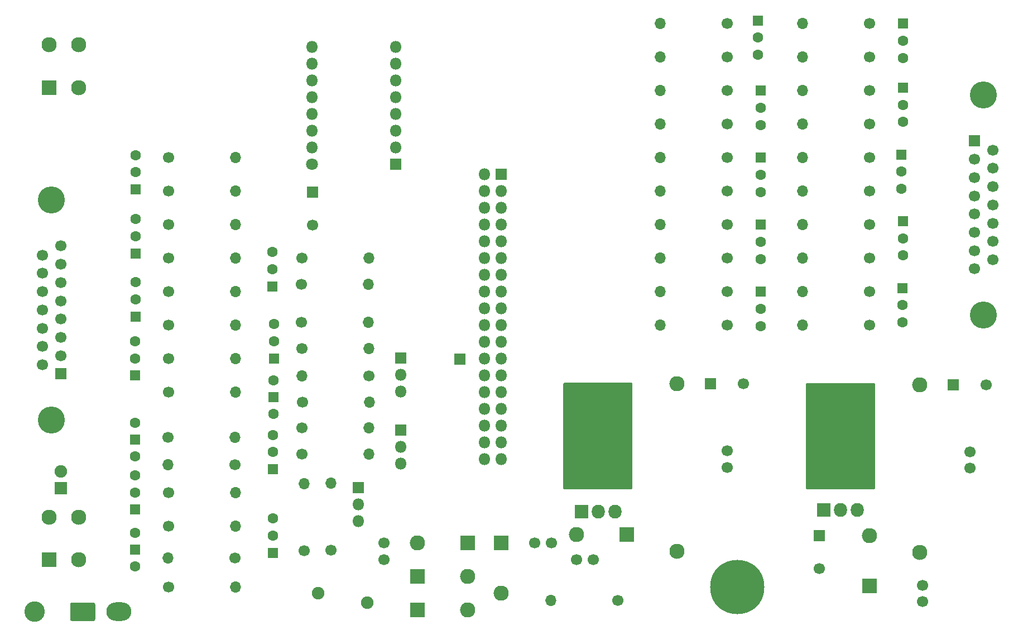
<source format=gbr>
%TF.GenerationSoftware,KiCad,Pcbnew,(5.1.6)-1*%
%TF.CreationDate,2021-08-21T15:03:11-07:00*%
%TF.ProjectId,BPEM488CWaux,4250454d-3438-4384-9357-6175782e6b69,rev?*%
%TF.SameCoordinates,Original*%
%TF.FileFunction,Soldermask,Top*%
%TF.FilePolarity,Negative*%
%FSLAX46Y46*%
G04 Gerber Fmt 4.6, Leading zero omitted, Abs format (unit mm)*
G04 Created by KiCad (PCBNEW (5.1.6)-1) date 2021-08-21 15:03:11*
%MOMM*%
%LPD*%
G01*
G04 APERTURE LIST*
%ADD10O,1.700000X1.700000*%
%ADD11C,1.700000*%
%ADD12C,1.900000*%
%ADD13R,1.900000X1.900000*%
%ADD14O,2.005000X2.100000*%
%ADD15R,2.005000X2.100000*%
%ADD16O,3.600000X3.600000*%
%ADD17R,1.600000X1.600000*%
%ADD18C,1.600000*%
%ADD19O,1.800000X1.800000*%
%ADD20C,1.800000*%
%ADD21R,1.800000X1.800000*%
%ADD22R,1.700000X1.700000*%
%ADD23C,4.100000*%
%ADD24C,8.228000*%
%ADD25R,2.300000X2.300000*%
%ADD26O,2.300000X2.300000*%
%ADD27O,3.800000X2.800000*%
%ADD28C,3.100000*%
%ADD29C,2.300000*%
%ADD30C,0.254000*%
G04 APERTURE END LIST*
D10*
%TO.C,R15*%
X132003800Y-143281400D03*
D11*
X142163800Y-143281400D03*
%TD*%
D12*
%TO.C,D7*%
X57658000Y-123774200D03*
D13*
X57658000Y-126314200D03*
%TD*%
D14*
%TO.C,U1*%
X141706600Y-129870200D03*
X139166600Y-129870200D03*
D15*
X136626600Y-129870200D03*
D16*
X139166600Y-113210200D03*
%TD*%
D17*
%TO.C,Q25*%
X185420000Y-55880000D03*
D18*
X185420000Y-61080000D03*
X185420000Y-58480000D03*
%TD*%
D17*
%TO.C,Q24*%
X185445400Y-65582800D03*
D18*
X185445400Y-70782800D03*
X185445400Y-68182800D03*
%TD*%
D17*
%TO.C,Q23*%
X185191400Y-75717400D03*
D18*
X185191400Y-80917400D03*
X185191400Y-78317400D03*
%TD*%
D17*
%TO.C,Q22*%
X185394600Y-85801200D03*
D18*
X185394600Y-91001200D03*
X185394600Y-88401200D03*
%TD*%
D17*
%TO.C,Q21*%
X185293000Y-95935800D03*
D18*
X185293000Y-101135800D03*
X185293000Y-98535800D03*
%TD*%
D17*
%TO.C,Q18*%
X90017600Y-106629200D03*
D18*
X90017600Y-101429200D03*
X90017600Y-104029200D03*
%TD*%
D17*
%TO.C,Q17*%
X163804600Y-96520000D03*
D18*
X163804600Y-101720000D03*
X163804600Y-99120000D03*
%TD*%
D17*
%TO.C,Q16*%
X163804600Y-86360000D03*
D18*
X163804600Y-91560000D03*
X163804600Y-88960000D03*
%TD*%
D17*
%TO.C,Q15*%
X163804600Y-76200000D03*
D18*
X163804600Y-81400000D03*
X163804600Y-78800000D03*
%TD*%
D17*
%TO.C,Q14*%
X163804600Y-66040000D03*
D18*
X163804600Y-71240000D03*
X163804600Y-68640000D03*
%TD*%
D17*
%TO.C,Q13*%
X163372800Y-55397400D03*
D18*
X163372800Y-60597400D03*
X163372800Y-57997400D03*
%TD*%
D17*
%TO.C,Q12*%
X89941400Y-112496600D03*
D18*
X89941400Y-109956600D03*
X89941400Y-115036600D03*
%TD*%
D17*
%TO.C,Q11*%
X89814400Y-136093200D03*
D18*
X89814400Y-130893200D03*
X89814400Y-133493200D03*
%TD*%
D17*
%TO.C,Q10*%
X68935600Y-135610600D03*
D18*
X68935600Y-133070600D03*
X68935600Y-138150600D03*
%TD*%
D17*
%TO.C,Q9*%
X89839800Y-123418600D03*
D18*
X89839800Y-118218600D03*
X89839800Y-120818600D03*
%TD*%
D17*
%TO.C,Q7*%
X68940680Y-129540000D03*
D18*
X68940680Y-124340000D03*
X68940680Y-126940000D03*
%TD*%
D17*
%TO.C,Q6*%
X89738200Y-95681800D03*
D18*
X89738200Y-90481800D03*
X89738200Y-93081800D03*
%TD*%
D17*
%TO.C,Q5*%
X68935600Y-118897400D03*
D18*
X68935600Y-116357400D03*
X68935600Y-121437400D03*
%TD*%
D17*
%TO.C,Q4*%
X68940680Y-109220000D03*
D18*
X68940680Y-104020000D03*
X68940680Y-106620000D03*
%TD*%
D17*
%TO.C,Q3*%
X68961000Y-100279200D03*
D18*
X68961000Y-95079200D03*
X68961000Y-97679200D03*
%TD*%
D17*
%TO.C,Q2*%
X68961000Y-90703400D03*
D18*
X68961000Y-85503400D03*
X68961000Y-88103400D03*
%TD*%
D17*
%TO.C,Q1*%
X69011800Y-81000600D03*
D18*
X69011800Y-75800600D03*
X69011800Y-78400600D03*
%TD*%
D19*
%TO.C,U3*%
X95707200Y-74676000D03*
X95707200Y-69596000D03*
D20*
X95707200Y-77216000D03*
D19*
X95707200Y-72136000D03*
X95707200Y-67056000D03*
X95707200Y-59436000D03*
X95707200Y-64516000D03*
X95707200Y-61976000D03*
X108407200Y-59436000D03*
X108407200Y-61976000D03*
X108407200Y-64516000D03*
X108407200Y-67056000D03*
X108407200Y-69596000D03*
X108407200Y-72136000D03*
X108407200Y-74676000D03*
D21*
X108407200Y-77216000D03*
%TD*%
D14*
%TO.C,U2*%
X178435000Y-129616200D03*
X175895000Y-129616200D03*
D15*
X173355000Y-129616200D03*
D16*
X175895000Y-112956200D03*
%TD*%
D21*
%TO.C,TP1*%
X118211600Y-106756200D03*
%TD*%
D10*
%TO.C,R36*%
X104343200Y-105130600D03*
D11*
X94183200Y-105130600D03*
%TD*%
D10*
%TO.C,R35*%
X104292400Y-101168200D03*
D11*
X94132400Y-101168200D03*
%TD*%
D10*
%TO.C,R24*%
X104444800Y-113207800D03*
D11*
X94284800Y-113207800D03*
%TD*%
D10*
%TO.C,R23*%
X94259400Y-109270800D03*
D11*
X104419400Y-109270800D03*
%TD*%
D10*
%TO.C,R22*%
X98628200Y-125526800D03*
D11*
X98628200Y-135686800D03*
%TD*%
D10*
%TO.C,R21*%
X94564200Y-125577600D03*
D11*
X94564200Y-135737600D03*
%TD*%
D10*
%TO.C,R20*%
X84124800Y-141274800D03*
D11*
X73964800Y-141274800D03*
%TD*%
D10*
%TO.C,R19*%
X73939400Y-136880600D03*
D11*
X84099400Y-136880600D03*
%TD*%
D10*
%TO.C,R18*%
X84074000Y-118592600D03*
D11*
X73914000Y-118592600D03*
%TD*%
D10*
%TO.C,R17*%
X73939400Y-122758200D03*
D11*
X84099400Y-122758200D03*
%TD*%
D19*
%TO.C,J7*%
X109220000Y-111607600D03*
X109220000Y-109067600D03*
D21*
X109220000Y-106527600D03*
%TD*%
D19*
%TO.C,J6*%
X102768400Y-131318000D03*
X102768400Y-128778000D03*
D21*
X102768400Y-126238000D03*
%TD*%
D19*
%TO.C,J5*%
X109245400Y-122555000D03*
X109245400Y-120015000D03*
D21*
X109245400Y-117475000D03*
%TD*%
D11*
%TO.C,C10*%
X95859600Y-86381600D03*
D22*
X95859600Y-81381600D03*
%TD*%
D23*
%TO.C,J4*%
X197635000Y-66705000D03*
X197635000Y-100005000D03*
D11*
X199055000Y-91665000D03*
X199055000Y-88895000D03*
X199055000Y-86125000D03*
X199055000Y-83355000D03*
X199055000Y-80585000D03*
X199055000Y-77815000D03*
X199055000Y-75045000D03*
X196215000Y-93050000D03*
X196215000Y-90280000D03*
X196215000Y-87510000D03*
X196215000Y-84740000D03*
X196215000Y-81970000D03*
X196215000Y-79200000D03*
X196215000Y-76430000D03*
D22*
X196215000Y-73660000D03*
%TD*%
D23*
%TO.C,J3*%
X56238000Y-115921000D03*
X56238000Y-82621000D03*
D11*
X54818000Y-90961000D03*
X54818000Y-93731000D03*
X54818000Y-96501000D03*
X54818000Y-99271000D03*
X54818000Y-102041000D03*
X54818000Y-104811000D03*
X54818000Y-107581000D03*
X57658000Y-89576000D03*
X57658000Y-92346000D03*
X57658000Y-95116000D03*
X57658000Y-97886000D03*
X57658000Y-100656000D03*
X57658000Y-103426000D03*
X57658000Y-106196000D03*
D22*
X57658000Y-108966000D03*
%TD*%
D24*
%TO.C,REF\u002A\u002A*%
X160223200Y-141300200D03*
%TD*%
D12*
%TO.C,RV1*%
X96640000Y-142237000D03*
X104140000Y-143637000D03*
%TD*%
D11*
%TO.C,C1*%
X106680000Y-134620000D03*
X106680000Y-137120000D03*
%TD*%
%TO.C,C3*%
X172720000Y-138479540D03*
D22*
X172720000Y-133479540D03*
%TD*%
D11*
%TO.C,C6*%
X158750000Y-123150000D03*
X158750000Y-120650000D03*
%TD*%
%TO.C,C7*%
X195580000Y-120779540D03*
X195580000Y-123279540D03*
%TD*%
%TO.C,C8*%
X161210000Y-110490000D03*
D22*
X156210000Y-110490000D03*
%TD*%
%TO.C,C9*%
X193040000Y-110619540D03*
D11*
X198040000Y-110619540D03*
%TD*%
D25*
%TO.C,D1*%
X111760000Y-139700000D03*
D26*
X119380000Y-139700000D03*
%TD*%
%TO.C,D2*%
X119380000Y-144780000D03*
D25*
X111760000Y-144780000D03*
%TD*%
%TO.C,D3*%
X119380000Y-134620000D03*
D26*
X111760000Y-134620000D03*
%TD*%
%TO.C,D4*%
X124460000Y-142240000D03*
D25*
X124460000Y-134620000D03*
%TD*%
D26*
%TO.C,D5*%
X135890000Y-133350000D03*
D25*
X143510000Y-133350000D03*
%TD*%
%TO.C,D6*%
X180340000Y-141099540D03*
D26*
X180340000Y-133479540D03*
%TD*%
%TO.C,J1*%
G36*
G01*
X62600740Y-146434000D02*
X59319260Y-146434000D01*
G75*
G02*
X59060000Y-146174740I0J259260D01*
G01*
X59060000Y-143893260D01*
G75*
G02*
X59319260Y-143634000I259260J0D01*
G01*
X62600740Y-143634000D01*
G75*
G02*
X62860000Y-143893260I0J-259260D01*
G01*
X62860000Y-146174740D01*
G75*
G02*
X62600740Y-146434000I-259260J0D01*
G01*
G37*
D27*
X66460000Y-145034000D03*
D28*
X53660000Y-145034000D03*
%TD*%
D29*
%TO.C,L1*%
X151130000Y-135890000D03*
D26*
X151130000Y-110490000D03*
%TD*%
%TO.C,L2*%
X187960000Y-110619540D03*
D29*
X187960000Y-136019540D03*
%TD*%
D10*
%TO.C,R1*%
X84180680Y-76200000D03*
D11*
X74020680Y-76200000D03*
%TD*%
%TO.C,R2*%
X74020680Y-81280000D03*
D10*
X84180680Y-81280000D03*
%TD*%
%TO.C,R3*%
X84180680Y-86360000D03*
D11*
X74020680Y-86360000D03*
%TD*%
%TO.C,R4*%
X74020680Y-91440000D03*
D10*
X84180680Y-91440000D03*
%TD*%
D11*
%TO.C,R5*%
X74020680Y-96520000D03*
D10*
X84180680Y-96520000D03*
%TD*%
D11*
%TO.C,R6*%
X74020680Y-101600000D03*
D10*
X84180680Y-101600000D03*
%TD*%
%TO.C,R7*%
X84180680Y-106680000D03*
D11*
X74020680Y-106680000D03*
%TD*%
D10*
%TO.C,R8*%
X84180680Y-111760000D03*
D11*
X74020680Y-111760000D03*
%TD*%
%TO.C,R9*%
X94208600Y-117144800D03*
D10*
X104368600Y-117144800D03*
%TD*%
D11*
%TO.C,R10*%
X94259400Y-121081800D03*
D10*
X104419400Y-121081800D03*
%TD*%
%TO.C,R11*%
X104419400Y-91363800D03*
D11*
X94259400Y-91363800D03*
%TD*%
D10*
%TO.C,R12*%
X104317800Y-95377000D03*
D11*
X94157800Y-95377000D03*
%TD*%
D10*
%TO.C,R13*%
X84180680Y-127000000D03*
D11*
X74020680Y-127000000D03*
%TD*%
%TO.C,R14*%
X74020680Y-132080000D03*
D10*
X84180680Y-132080000D03*
%TD*%
D11*
%TO.C,R25*%
X158724600Y-55880000D03*
D10*
X148564600Y-55880000D03*
%TD*%
D11*
%TO.C,R26*%
X158724600Y-60960000D03*
D10*
X148564600Y-60960000D03*
%TD*%
D11*
%TO.C,R27*%
X158724600Y-66040000D03*
D10*
X148564600Y-66040000D03*
%TD*%
%TO.C,R28*%
X148564600Y-71120000D03*
D11*
X158724600Y-71120000D03*
%TD*%
D10*
%TO.C,R29*%
X148564600Y-76200000D03*
D11*
X158724600Y-76200000D03*
%TD*%
%TO.C,R30*%
X158724600Y-81280000D03*
D10*
X148564600Y-81280000D03*
%TD*%
D11*
%TO.C,R31*%
X158724600Y-86360000D03*
D10*
X148564600Y-86360000D03*
%TD*%
%TO.C,R32*%
X148564600Y-91440000D03*
D11*
X158724600Y-91440000D03*
%TD*%
%TO.C,R33*%
X158724600Y-96520000D03*
D10*
X148564600Y-96520000D03*
%TD*%
D11*
%TO.C,R34*%
X158724600Y-101600000D03*
D10*
X148564600Y-101600000D03*
%TD*%
%TO.C,R41*%
X170180000Y-96520000D03*
D11*
X180340000Y-96520000D03*
%TD*%
D10*
%TO.C,R42*%
X170180000Y-101600000D03*
D11*
X180340000Y-101600000D03*
%TD*%
D10*
%TO.C,R43*%
X170180000Y-86360000D03*
D11*
X180340000Y-86360000D03*
%TD*%
%TO.C,R44*%
X180340000Y-91440000D03*
D10*
X170180000Y-91440000D03*
%TD*%
D11*
%TO.C,R45*%
X180340000Y-76200000D03*
D10*
X170180000Y-76200000D03*
%TD*%
%TO.C,R46*%
X170180000Y-81280000D03*
D11*
X180340000Y-81280000D03*
%TD*%
D10*
%TO.C,R47*%
X170180000Y-66040000D03*
D11*
X180340000Y-66040000D03*
%TD*%
%TO.C,R48*%
X180340000Y-71120000D03*
D10*
X170180000Y-71120000D03*
%TD*%
%TO.C,R49*%
X170180000Y-55880000D03*
D11*
X180340000Y-55880000D03*
%TD*%
D10*
%TO.C,R50*%
X170180000Y-60960000D03*
D11*
X180340000Y-60960000D03*
%TD*%
D29*
%TO.C,S1*%
X60380000Y-65570100D03*
X60380000Y-59070100D03*
X55880000Y-59070100D03*
D25*
X55880000Y-65570100D03*
%TD*%
%TO.C,S2*%
X55880000Y-137160000D03*
D29*
X55880000Y-130660000D03*
X60380000Y-130660000D03*
X60380000Y-137160000D03*
%TD*%
D21*
%TO.C,J2*%
X124460000Y-78740000D03*
D19*
X121920000Y-78740000D03*
X124460000Y-81280000D03*
X121920000Y-81280000D03*
X124460000Y-83820000D03*
X121920000Y-83820000D03*
X124460000Y-86360000D03*
X121920000Y-86360000D03*
X124460000Y-88900000D03*
X121920000Y-88900000D03*
X124460000Y-91440000D03*
X121920000Y-91440000D03*
X124460000Y-93980000D03*
X121920000Y-93980000D03*
X124460000Y-96520000D03*
X121920000Y-96520000D03*
X124460000Y-99060000D03*
X121920000Y-99060000D03*
X124460000Y-101600000D03*
X121920000Y-101600000D03*
X124460000Y-104140000D03*
X121920000Y-104140000D03*
X124460000Y-106680000D03*
X121920000Y-106680000D03*
X124460000Y-109220000D03*
X121920000Y-109220000D03*
X124460000Y-111760000D03*
X121920000Y-111760000D03*
X124460000Y-114300000D03*
X121920000Y-114300000D03*
X124460000Y-116840000D03*
X121920000Y-116840000D03*
X124460000Y-119380000D03*
X121920000Y-119380000D03*
X124460000Y-121920000D03*
X121920000Y-121920000D03*
%TD*%
D11*
%TO.C,C2*%
X132040000Y-134620000D03*
X129540000Y-134620000D03*
%TD*%
%TO.C,C4*%
X135890000Y-137160000D03*
X138390000Y-137160000D03*
%TD*%
%TO.C,C5*%
X188390000Y-141010000D03*
X188390000Y-143510000D03*
%TD*%
D30*
G36*
X144173000Y-126293000D02*
G01*
X133937000Y-126293000D01*
X133937000Y-110487000D01*
X133940000Y-110487000D01*
X133964776Y-110484560D01*
X133988601Y-110477333D01*
X134010557Y-110465597D01*
X134029803Y-110449803D01*
X134092606Y-110387000D01*
X144173000Y-110387000D01*
X144173000Y-126293000D01*
G37*
X144173000Y-126293000D02*
X133937000Y-126293000D01*
X133937000Y-110487000D01*
X133940000Y-110487000D01*
X133964776Y-110484560D01*
X133988601Y-110477333D01*
X134010557Y-110465597D01*
X134029803Y-110449803D01*
X134092606Y-110387000D01*
X144173000Y-110387000D01*
X144173000Y-126293000D01*
G36*
X181003000Y-126263000D02*
G01*
X170797000Y-126263000D01*
X170797000Y-110417000D01*
X181003000Y-110417000D01*
X181003000Y-126263000D01*
G37*
X181003000Y-126263000D02*
X170797000Y-126263000D01*
X170797000Y-110417000D01*
X181003000Y-110417000D01*
X181003000Y-126263000D01*
M02*

</source>
